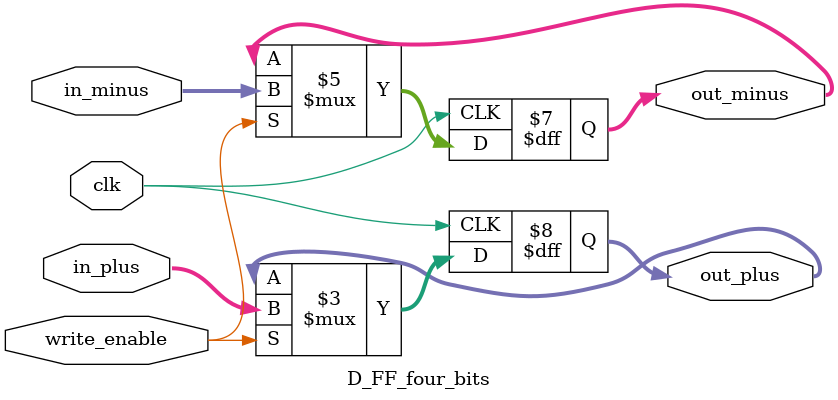
<source format=v>
module D_FF_four_bits(in_plus,in_minus,clk,out_plus,out_minus,write_enable);

input write_enable;
input clk;
input[3:0] in_minus,in_plus;
output[3:0] out_minus,out_plus;
reg[3:0] out_minus,out_plus;

initial begin
	out_minus<=3'b0;
	out_plus<=3'b0;
end

always@(posedge clk) begin
	if(write_enable) begin
		out_minus<=in_minus;
		out_plus<=in_plus;
	end
end

endmodule

</source>
